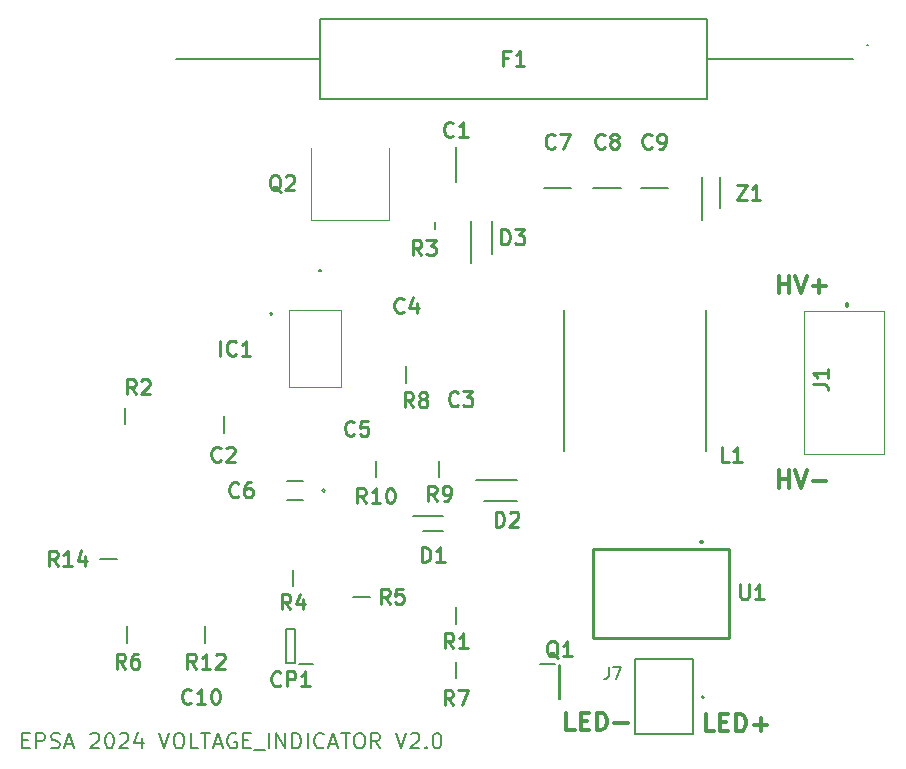
<source format=gbr>
%TF.GenerationSoftware,KiCad,Pcbnew,8.0.2*%
%TF.CreationDate,2024-07-09T10:43:52+02:00*%
%TF.ProjectId,Indicator_voltage,496e6469-6361-4746-9f72-5f766f6c7461,rev?*%
%TF.SameCoordinates,Original*%
%TF.FileFunction,Legend,Top*%
%TF.FilePolarity,Positive*%
%FSLAX46Y46*%
G04 Gerber Fmt 4.6, Leading zero omitted, Abs format (unit mm)*
G04 Created by KiCad (PCBNEW 8.0.2) date 2024-07-09 10:43:52*
%MOMM*%
%LPD*%
G01*
G04 APERTURE LIST*
%ADD10C,0.150000*%
%ADD11C,0.300000*%
%ADD12C,0.254000*%
%ADD13C,0.127000*%
%ADD14C,0.200000*%
%ADD15C,0.100000*%
G04 APERTURE END LIST*
D10*
X38508207Y-108152152D02*
X38941541Y-108152152D01*
X39127255Y-108833104D02*
X38508207Y-108833104D01*
X38508207Y-108833104D02*
X38508207Y-107533104D01*
X38508207Y-107533104D02*
X39127255Y-107533104D01*
X39684397Y-108833104D02*
X39684397Y-107533104D01*
X39684397Y-107533104D02*
X40179635Y-107533104D01*
X40179635Y-107533104D02*
X40303445Y-107595009D01*
X40303445Y-107595009D02*
X40365350Y-107656914D01*
X40365350Y-107656914D02*
X40427254Y-107780723D01*
X40427254Y-107780723D02*
X40427254Y-107966438D01*
X40427254Y-107966438D02*
X40365350Y-108090247D01*
X40365350Y-108090247D02*
X40303445Y-108152152D01*
X40303445Y-108152152D02*
X40179635Y-108214057D01*
X40179635Y-108214057D02*
X39684397Y-108214057D01*
X40922493Y-108771200D02*
X41108207Y-108833104D01*
X41108207Y-108833104D02*
X41417731Y-108833104D01*
X41417731Y-108833104D02*
X41541540Y-108771200D01*
X41541540Y-108771200D02*
X41603445Y-108709295D01*
X41603445Y-108709295D02*
X41665350Y-108585485D01*
X41665350Y-108585485D02*
X41665350Y-108461676D01*
X41665350Y-108461676D02*
X41603445Y-108337866D01*
X41603445Y-108337866D02*
X41541540Y-108275961D01*
X41541540Y-108275961D02*
X41417731Y-108214057D01*
X41417731Y-108214057D02*
X41170112Y-108152152D01*
X41170112Y-108152152D02*
X41046302Y-108090247D01*
X41046302Y-108090247D02*
X40984397Y-108028342D01*
X40984397Y-108028342D02*
X40922493Y-107904533D01*
X40922493Y-107904533D02*
X40922493Y-107780723D01*
X40922493Y-107780723D02*
X40984397Y-107656914D01*
X40984397Y-107656914D02*
X41046302Y-107595009D01*
X41046302Y-107595009D02*
X41170112Y-107533104D01*
X41170112Y-107533104D02*
X41479635Y-107533104D01*
X41479635Y-107533104D02*
X41665350Y-107595009D01*
X42160588Y-108461676D02*
X42779635Y-108461676D01*
X42036778Y-108833104D02*
X42470111Y-107533104D01*
X42470111Y-107533104D02*
X42903445Y-108833104D01*
X44265350Y-107656914D02*
X44327254Y-107595009D01*
X44327254Y-107595009D02*
X44451064Y-107533104D01*
X44451064Y-107533104D02*
X44760588Y-107533104D01*
X44760588Y-107533104D02*
X44884397Y-107595009D01*
X44884397Y-107595009D02*
X44946302Y-107656914D01*
X44946302Y-107656914D02*
X45008207Y-107780723D01*
X45008207Y-107780723D02*
X45008207Y-107904533D01*
X45008207Y-107904533D02*
X44946302Y-108090247D01*
X44946302Y-108090247D02*
X44203445Y-108833104D01*
X44203445Y-108833104D02*
X45008207Y-108833104D01*
X45812968Y-107533104D02*
X45936778Y-107533104D01*
X45936778Y-107533104D02*
X46060587Y-107595009D01*
X46060587Y-107595009D02*
X46122492Y-107656914D01*
X46122492Y-107656914D02*
X46184397Y-107780723D01*
X46184397Y-107780723D02*
X46246302Y-108028342D01*
X46246302Y-108028342D02*
X46246302Y-108337866D01*
X46246302Y-108337866D02*
X46184397Y-108585485D01*
X46184397Y-108585485D02*
X46122492Y-108709295D01*
X46122492Y-108709295D02*
X46060587Y-108771200D01*
X46060587Y-108771200D02*
X45936778Y-108833104D01*
X45936778Y-108833104D02*
X45812968Y-108833104D01*
X45812968Y-108833104D02*
X45689159Y-108771200D01*
X45689159Y-108771200D02*
X45627254Y-108709295D01*
X45627254Y-108709295D02*
X45565349Y-108585485D01*
X45565349Y-108585485D02*
X45503445Y-108337866D01*
X45503445Y-108337866D02*
X45503445Y-108028342D01*
X45503445Y-108028342D02*
X45565349Y-107780723D01*
X45565349Y-107780723D02*
X45627254Y-107656914D01*
X45627254Y-107656914D02*
X45689159Y-107595009D01*
X45689159Y-107595009D02*
X45812968Y-107533104D01*
X46741540Y-107656914D02*
X46803444Y-107595009D01*
X46803444Y-107595009D02*
X46927254Y-107533104D01*
X46927254Y-107533104D02*
X47236778Y-107533104D01*
X47236778Y-107533104D02*
X47360587Y-107595009D01*
X47360587Y-107595009D02*
X47422492Y-107656914D01*
X47422492Y-107656914D02*
X47484397Y-107780723D01*
X47484397Y-107780723D02*
X47484397Y-107904533D01*
X47484397Y-107904533D02*
X47422492Y-108090247D01*
X47422492Y-108090247D02*
X46679635Y-108833104D01*
X46679635Y-108833104D02*
X47484397Y-108833104D01*
X48598682Y-107966438D02*
X48598682Y-108833104D01*
X48289158Y-107471200D02*
X47979635Y-108399771D01*
X47979635Y-108399771D02*
X48784396Y-108399771D01*
X50084396Y-107533104D02*
X50517729Y-108833104D01*
X50517729Y-108833104D02*
X50951063Y-107533104D01*
X51632015Y-107533104D02*
X51879634Y-107533104D01*
X51879634Y-107533104D02*
X52003444Y-107595009D01*
X52003444Y-107595009D02*
X52127253Y-107718819D01*
X52127253Y-107718819D02*
X52189158Y-107966438D01*
X52189158Y-107966438D02*
X52189158Y-108399771D01*
X52189158Y-108399771D02*
X52127253Y-108647390D01*
X52127253Y-108647390D02*
X52003444Y-108771200D01*
X52003444Y-108771200D02*
X51879634Y-108833104D01*
X51879634Y-108833104D02*
X51632015Y-108833104D01*
X51632015Y-108833104D02*
X51508206Y-108771200D01*
X51508206Y-108771200D02*
X51384396Y-108647390D01*
X51384396Y-108647390D02*
X51322492Y-108399771D01*
X51322492Y-108399771D02*
X51322492Y-107966438D01*
X51322492Y-107966438D02*
X51384396Y-107718819D01*
X51384396Y-107718819D02*
X51508206Y-107595009D01*
X51508206Y-107595009D02*
X51632015Y-107533104D01*
X53365349Y-108833104D02*
X52746301Y-108833104D01*
X52746301Y-108833104D02*
X52746301Y-107533104D01*
X53612968Y-107533104D02*
X54355825Y-107533104D01*
X53984397Y-108833104D02*
X53984397Y-107533104D01*
X54727254Y-108461676D02*
X55346301Y-108461676D01*
X54603444Y-108833104D02*
X55036777Y-107533104D01*
X55036777Y-107533104D02*
X55470111Y-108833104D01*
X56584397Y-107595009D02*
X56460587Y-107533104D01*
X56460587Y-107533104D02*
X56274873Y-107533104D01*
X56274873Y-107533104D02*
X56089159Y-107595009D01*
X56089159Y-107595009D02*
X55965349Y-107718819D01*
X55965349Y-107718819D02*
X55903444Y-107842628D01*
X55903444Y-107842628D02*
X55841540Y-108090247D01*
X55841540Y-108090247D02*
X55841540Y-108275961D01*
X55841540Y-108275961D02*
X55903444Y-108523580D01*
X55903444Y-108523580D02*
X55965349Y-108647390D01*
X55965349Y-108647390D02*
X56089159Y-108771200D01*
X56089159Y-108771200D02*
X56274873Y-108833104D01*
X56274873Y-108833104D02*
X56398682Y-108833104D01*
X56398682Y-108833104D02*
X56584397Y-108771200D01*
X56584397Y-108771200D02*
X56646301Y-108709295D01*
X56646301Y-108709295D02*
X56646301Y-108275961D01*
X56646301Y-108275961D02*
X56398682Y-108275961D01*
X57203444Y-108152152D02*
X57636778Y-108152152D01*
X57822492Y-108833104D02*
X57203444Y-108833104D01*
X57203444Y-108833104D02*
X57203444Y-107533104D01*
X57203444Y-107533104D02*
X57822492Y-107533104D01*
X58070111Y-108956914D02*
X59060587Y-108956914D01*
X59370110Y-108833104D02*
X59370110Y-107533104D01*
X59989158Y-108833104D02*
X59989158Y-107533104D01*
X59989158Y-107533104D02*
X60732015Y-108833104D01*
X60732015Y-108833104D02*
X60732015Y-107533104D01*
X61351063Y-108833104D02*
X61351063Y-107533104D01*
X61351063Y-107533104D02*
X61660587Y-107533104D01*
X61660587Y-107533104D02*
X61846301Y-107595009D01*
X61846301Y-107595009D02*
X61970111Y-107718819D01*
X61970111Y-107718819D02*
X62032016Y-107842628D01*
X62032016Y-107842628D02*
X62093920Y-108090247D01*
X62093920Y-108090247D02*
X62093920Y-108275961D01*
X62093920Y-108275961D02*
X62032016Y-108523580D01*
X62032016Y-108523580D02*
X61970111Y-108647390D01*
X61970111Y-108647390D02*
X61846301Y-108771200D01*
X61846301Y-108771200D02*
X61660587Y-108833104D01*
X61660587Y-108833104D02*
X61351063Y-108833104D01*
X62651063Y-108833104D02*
X62651063Y-107533104D01*
X64012968Y-108709295D02*
X63951064Y-108771200D01*
X63951064Y-108771200D02*
X63765349Y-108833104D01*
X63765349Y-108833104D02*
X63641540Y-108833104D01*
X63641540Y-108833104D02*
X63455826Y-108771200D01*
X63455826Y-108771200D02*
X63332016Y-108647390D01*
X63332016Y-108647390D02*
X63270111Y-108523580D01*
X63270111Y-108523580D02*
X63208207Y-108275961D01*
X63208207Y-108275961D02*
X63208207Y-108090247D01*
X63208207Y-108090247D02*
X63270111Y-107842628D01*
X63270111Y-107842628D02*
X63332016Y-107718819D01*
X63332016Y-107718819D02*
X63455826Y-107595009D01*
X63455826Y-107595009D02*
X63641540Y-107533104D01*
X63641540Y-107533104D02*
X63765349Y-107533104D01*
X63765349Y-107533104D02*
X63951064Y-107595009D01*
X63951064Y-107595009D02*
X64012968Y-107656914D01*
X64508207Y-108461676D02*
X65127254Y-108461676D01*
X64384397Y-108833104D02*
X64817730Y-107533104D01*
X64817730Y-107533104D02*
X65251064Y-108833104D01*
X65498683Y-107533104D02*
X66241540Y-107533104D01*
X65870112Y-108833104D02*
X65870112Y-107533104D01*
X66922492Y-107533104D02*
X67170111Y-107533104D01*
X67170111Y-107533104D02*
X67293921Y-107595009D01*
X67293921Y-107595009D02*
X67417730Y-107718819D01*
X67417730Y-107718819D02*
X67479635Y-107966438D01*
X67479635Y-107966438D02*
X67479635Y-108399771D01*
X67479635Y-108399771D02*
X67417730Y-108647390D01*
X67417730Y-108647390D02*
X67293921Y-108771200D01*
X67293921Y-108771200D02*
X67170111Y-108833104D01*
X67170111Y-108833104D02*
X66922492Y-108833104D01*
X66922492Y-108833104D02*
X66798683Y-108771200D01*
X66798683Y-108771200D02*
X66674873Y-108647390D01*
X66674873Y-108647390D02*
X66612969Y-108399771D01*
X66612969Y-108399771D02*
X66612969Y-107966438D01*
X66612969Y-107966438D02*
X66674873Y-107718819D01*
X66674873Y-107718819D02*
X66798683Y-107595009D01*
X66798683Y-107595009D02*
X66922492Y-107533104D01*
X68779635Y-108833104D02*
X68346302Y-108214057D01*
X68036778Y-108833104D02*
X68036778Y-107533104D01*
X68036778Y-107533104D02*
X68532016Y-107533104D01*
X68532016Y-107533104D02*
X68655826Y-107595009D01*
X68655826Y-107595009D02*
X68717731Y-107656914D01*
X68717731Y-107656914D02*
X68779635Y-107780723D01*
X68779635Y-107780723D02*
X68779635Y-107966438D01*
X68779635Y-107966438D02*
X68717731Y-108090247D01*
X68717731Y-108090247D02*
X68655826Y-108152152D01*
X68655826Y-108152152D02*
X68532016Y-108214057D01*
X68532016Y-108214057D02*
X68036778Y-108214057D01*
X70141540Y-107533104D02*
X70574873Y-108833104D01*
X70574873Y-108833104D02*
X71008207Y-107533104D01*
X71379636Y-107656914D02*
X71441540Y-107595009D01*
X71441540Y-107595009D02*
X71565350Y-107533104D01*
X71565350Y-107533104D02*
X71874874Y-107533104D01*
X71874874Y-107533104D02*
X71998683Y-107595009D01*
X71998683Y-107595009D02*
X72060588Y-107656914D01*
X72060588Y-107656914D02*
X72122493Y-107780723D01*
X72122493Y-107780723D02*
X72122493Y-107904533D01*
X72122493Y-107904533D02*
X72060588Y-108090247D01*
X72060588Y-108090247D02*
X71317731Y-108833104D01*
X71317731Y-108833104D02*
X72122493Y-108833104D01*
X72679635Y-108709295D02*
X72741540Y-108771200D01*
X72741540Y-108771200D02*
X72679635Y-108833104D01*
X72679635Y-108833104D02*
X72617731Y-108771200D01*
X72617731Y-108771200D02*
X72679635Y-108709295D01*
X72679635Y-108709295D02*
X72679635Y-108833104D01*
X73546302Y-107533104D02*
X73670112Y-107533104D01*
X73670112Y-107533104D02*
X73793921Y-107595009D01*
X73793921Y-107595009D02*
X73855826Y-107656914D01*
X73855826Y-107656914D02*
X73917731Y-107780723D01*
X73917731Y-107780723D02*
X73979636Y-108028342D01*
X73979636Y-108028342D02*
X73979636Y-108337866D01*
X73979636Y-108337866D02*
X73917731Y-108585485D01*
X73917731Y-108585485D02*
X73855826Y-108709295D01*
X73855826Y-108709295D02*
X73793921Y-108771200D01*
X73793921Y-108771200D02*
X73670112Y-108833104D01*
X73670112Y-108833104D02*
X73546302Y-108833104D01*
X73546302Y-108833104D02*
X73422493Y-108771200D01*
X73422493Y-108771200D02*
X73360588Y-108709295D01*
X73360588Y-108709295D02*
X73298683Y-108585485D01*
X73298683Y-108585485D02*
X73236779Y-108337866D01*
X73236779Y-108337866D02*
X73236779Y-108028342D01*
X73236779Y-108028342D02*
X73298683Y-107780723D01*
X73298683Y-107780723D02*
X73360588Y-107656914D01*
X73360588Y-107656914D02*
X73422493Y-107595009D01*
X73422493Y-107595009D02*
X73546302Y-107533104D01*
D11*
X102554510Y-70300828D02*
X102554510Y-68800828D01*
X102554510Y-69515114D02*
X103411653Y-69515114D01*
X103411653Y-70300828D02*
X103411653Y-68800828D01*
X103911654Y-68800828D02*
X104411654Y-70300828D01*
X104411654Y-70300828D02*
X104911654Y-68800828D01*
X105411653Y-69729400D02*
X106554511Y-69729400D01*
X105983082Y-70300828D02*
X105983082Y-69157971D01*
X97068796Y-107400828D02*
X96354510Y-107400828D01*
X96354510Y-107400828D02*
X96354510Y-105900828D01*
X97568796Y-106615114D02*
X98068796Y-106615114D01*
X98283082Y-107400828D02*
X97568796Y-107400828D01*
X97568796Y-107400828D02*
X97568796Y-105900828D01*
X97568796Y-105900828D02*
X98283082Y-105900828D01*
X98925939Y-107400828D02*
X98925939Y-105900828D01*
X98925939Y-105900828D02*
X99283082Y-105900828D01*
X99283082Y-105900828D02*
X99497368Y-105972257D01*
X99497368Y-105972257D02*
X99640225Y-106115114D01*
X99640225Y-106115114D02*
X99711654Y-106257971D01*
X99711654Y-106257971D02*
X99783082Y-106543685D01*
X99783082Y-106543685D02*
X99783082Y-106757971D01*
X99783082Y-106757971D02*
X99711654Y-107043685D01*
X99711654Y-107043685D02*
X99640225Y-107186542D01*
X99640225Y-107186542D02*
X99497368Y-107329400D01*
X99497368Y-107329400D02*
X99283082Y-107400828D01*
X99283082Y-107400828D02*
X98925939Y-107400828D01*
X100425939Y-106829400D02*
X101568797Y-106829400D01*
X100997368Y-107400828D02*
X100997368Y-106257971D01*
X85268796Y-107300828D02*
X84554510Y-107300828D01*
X84554510Y-107300828D02*
X84554510Y-105800828D01*
X85768796Y-106515114D02*
X86268796Y-106515114D01*
X86483082Y-107300828D02*
X85768796Y-107300828D01*
X85768796Y-107300828D02*
X85768796Y-105800828D01*
X85768796Y-105800828D02*
X86483082Y-105800828D01*
X87125939Y-107300828D02*
X87125939Y-105800828D01*
X87125939Y-105800828D02*
X87483082Y-105800828D01*
X87483082Y-105800828D02*
X87697368Y-105872257D01*
X87697368Y-105872257D02*
X87840225Y-106015114D01*
X87840225Y-106015114D02*
X87911654Y-106157971D01*
X87911654Y-106157971D02*
X87983082Y-106443685D01*
X87983082Y-106443685D02*
X87983082Y-106657971D01*
X87983082Y-106657971D02*
X87911654Y-106943685D01*
X87911654Y-106943685D02*
X87840225Y-107086542D01*
X87840225Y-107086542D02*
X87697368Y-107229400D01*
X87697368Y-107229400D02*
X87483082Y-107300828D01*
X87483082Y-107300828D02*
X87125939Y-107300828D01*
X88625939Y-106729400D02*
X89768797Y-106729400D01*
X102554510Y-86800828D02*
X102554510Y-85300828D01*
X102554510Y-86015114D02*
X103411653Y-86015114D01*
X103411653Y-86800828D02*
X103411653Y-85300828D01*
X103911654Y-85300828D02*
X104411654Y-86800828D01*
X104411654Y-86800828D02*
X104911654Y-85300828D01*
X105411653Y-86229400D02*
X106554511Y-86229400D01*
D12*
X52783571Y-104953365D02*
X52723095Y-105013842D01*
X52723095Y-105013842D02*
X52541666Y-105074318D01*
X52541666Y-105074318D02*
X52420714Y-105074318D01*
X52420714Y-105074318D02*
X52239285Y-105013842D01*
X52239285Y-105013842D02*
X52118333Y-104892889D01*
X52118333Y-104892889D02*
X52057856Y-104771937D01*
X52057856Y-104771937D02*
X51997380Y-104530032D01*
X51997380Y-104530032D02*
X51997380Y-104348603D01*
X51997380Y-104348603D02*
X52057856Y-104106699D01*
X52057856Y-104106699D02*
X52118333Y-103985746D01*
X52118333Y-103985746D02*
X52239285Y-103864794D01*
X52239285Y-103864794D02*
X52420714Y-103804318D01*
X52420714Y-103804318D02*
X52541666Y-103804318D01*
X52541666Y-103804318D02*
X52723095Y-103864794D01*
X52723095Y-103864794D02*
X52783571Y-103925270D01*
X53993095Y-105074318D02*
X53267380Y-105074318D01*
X53630237Y-105074318D02*
X53630237Y-103804318D01*
X53630237Y-103804318D02*
X53509285Y-103985746D01*
X53509285Y-103985746D02*
X53388333Y-104106699D01*
X53388333Y-104106699D02*
X53267380Y-104167175D01*
X54779285Y-103804318D02*
X54900238Y-103804318D01*
X54900238Y-103804318D02*
X55021190Y-103864794D01*
X55021190Y-103864794D02*
X55081666Y-103925270D01*
X55081666Y-103925270D02*
X55142142Y-104046222D01*
X55142142Y-104046222D02*
X55202619Y-104288127D01*
X55202619Y-104288127D02*
X55202619Y-104590508D01*
X55202619Y-104590508D02*
X55142142Y-104832413D01*
X55142142Y-104832413D02*
X55081666Y-104953365D01*
X55081666Y-104953365D02*
X55021190Y-105013842D01*
X55021190Y-105013842D02*
X54900238Y-105074318D01*
X54900238Y-105074318D02*
X54779285Y-105074318D01*
X54779285Y-105074318D02*
X54658333Y-105013842D01*
X54658333Y-105013842D02*
X54597857Y-104953365D01*
X54597857Y-104953365D02*
X54537380Y-104832413D01*
X54537380Y-104832413D02*
X54476904Y-104590508D01*
X54476904Y-104590508D02*
X54476904Y-104288127D01*
X54476904Y-104288127D02*
X54537380Y-104046222D01*
X54537380Y-104046222D02*
X54597857Y-103925270D01*
X54597857Y-103925270D02*
X54658333Y-103864794D01*
X54658333Y-103864794D02*
X54779285Y-103804318D01*
X75399956Y-79753365D02*
X75339480Y-79813842D01*
X75339480Y-79813842D02*
X75158051Y-79874318D01*
X75158051Y-79874318D02*
X75037099Y-79874318D01*
X75037099Y-79874318D02*
X74855670Y-79813842D01*
X74855670Y-79813842D02*
X74734718Y-79692889D01*
X74734718Y-79692889D02*
X74674241Y-79571937D01*
X74674241Y-79571937D02*
X74613765Y-79330032D01*
X74613765Y-79330032D02*
X74613765Y-79148603D01*
X74613765Y-79148603D02*
X74674241Y-78906699D01*
X74674241Y-78906699D02*
X74734718Y-78785746D01*
X74734718Y-78785746D02*
X74855670Y-78664794D01*
X74855670Y-78664794D02*
X75037099Y-78604318D01*
X75037099Y-78604318D02*
X75158051Y-78604318D01*
X75158051Y-78604318D02*
X75339480Y-78664794D01*
X75339480Y-78664794D02*
X75399956Y-78725270D01*
X75823289Y-78604318D02*
X76609480Y-78604318D01*
X76609480Y-78604318D02*
X76186146Y-79088127D01*
X76186146Y-79088127D02*
X76367575Y-79088127D01*
X76367575Y-79088127D02*
X76488527Y-79148603D01*
X76488527Y-79148603D02*
X76549003Y-79209080D01*
X76549003Y-79209080D02*
X76609480Y-79330032D01*
X76609480Y-79330032D02*
X76609480Y-79632413D01*
X76609480Y-79632413D02*
X76549003Y-79753365D01*
X76549003Y-79753365D02*
X76488527Y-79813842D01*
X76488527Y-79813842D02*
X76367575Y-79874318D01*
X76367575Y-79874318D02*
X76004718Y-79874318D01*
X76004718Y-79874318D02*
X75883765Y-79813842D01*
X75883765Y-79813842D02*
X75823289Y-79753365D01*
X98308333Y-84584318D02*
X97703571Y-84584318D01*
X97703571Y-84584318D02*
X97703571Y-83314318D01*
X99396905Y-84584318D02*
X98671190Y-84584318D01*
X99034047Y-84584318D02*
X99034047Y-83314318D01*
X99034047Y-83314318D02*
X98913095Y-83495746D01*
X98913095Y-83495746D02*
X98792143Y-83616699D01*
X98792143Y-83616699D02*
X98671190Y-83677175D01*
X55288333Y-84453365D02*
X55227857Y-84513842D01*
X55227857Y-84513842D02*
X55046428Y-84574318D01*
X55046428Y-84574318D02*
X54925476Y-84574318D01*
X54925476Y-84574318D02*
X54744047Y-84513842D01*
X54744047Y-84513842D02*
X54623095Y-84392889D01*
X54623095Y-84392889D02*
X54562618Y-84271937D01*
X54562618Y-84271937D02*
X54502142Y-84030032D01*
X54502142Y-84030032D02*
X54502142Y-83848603D01*
X54502142Y-83848603D02*
X54562618Y-83606699D01*
X54562618Y-83606699D02*
X54623095Y-83485746D01*
X54623095Y-83485746D02*
X54744047Y-83364794D01*
X54744047Y-83364794D02*
X54925476Y-83304318D01*
X54925476Y-83304318D02*
X55046428Y-83304318D01*
X55046428Y-83304318D02*
X55227857Y-83364794D01*
X55227857Y-83364794D02*
X55288333Y-83425270D01*
X55772142Y-83425270D02*
X55832618Y-83364794D01*
X55832618Y-83364794D02*
X55953571Y-83304318D01*
X55953571Y-83304318D02*
X56255952Y-83304318D01*
X56255952Y-83304318D02*
X56376904Y-83364794D01*
X56376904Y-83364794D02*
X56437380Y-83425270D01*
X56437380Y-83425270D02*
X56497857Y-83546222D01*
X56497857Y-83546222D02*
X56497857Y-83667175D01*
X56497857Y-83667175D02*
X56437380Y-83848603D01*
X56437380Y-83848603D02*
X55711666Y-84574318D01*
X55711666Y-84574318D02*
X56497857Y-84574318D01*
X74988333Y-56953365D02*
X74927857Y-57013842D01*
X74927857Y-57013842D02*
X74746428Y-57074318D01*
X74746428Y-57074318D02*
X74625476Y-57074318D01*
X74625476Y-57074318D02*
X74444047Y-57013842D01*
X74444047Y-57013842D02*
X74323095Y-56892889D01*
X74323095Y-56892889D02*
X74262618Y-56771937D01*
X74262618Y-56771937D02*
X74202142Y-56530032D01*
X74202142Y-56530032D02*
X74202142Y-56348603D01*
X74202142Y-56348603D02*
X74262618Y-56106699D01*
X74262618Y-56106699D02*
X74323095Y-55985746D01*
X74323095Y-55985746D02*
X74444047Y-55864794D01*
X74444047Y-55864794D02*
X74625476Y-55804318D01*
X74625476Y-55804318D02*
X74746428Y-55804318D01*
X74746428Y-55804318D02*
X74927857Y-55864794D01*
X74927857Y-55864794D02*
X74988333Y-55925270D01*
X76197857Y-57074318D02*
X75472142Y-57074318D01*
X75834999Y-57074318D02*
X75834999Y-55804318D01*
X75834999Y-55804318D02*
X75714047Y-55985746D01*
X75714047Y-55985746D02*
X75593095Y-56106699D01*
X75593095Y-56106699D02*
X75472142Y-56167175D01*
X105444318Y-77986332D02*
X106351461Y-77986332D01*
X106351461Y-77986332D02*
X106532889Y-78046809D01*
X106532889Y-78046809D02*
X106653842Y-78167761D01*
X106653842Y-78167761D02*
X106714318Y-78349190D01*
X106714318Y-78349190D02*
X106714318Y-78470142D01*
X106714318Y-76716332D02*
X106714318Y-77442047D01*
X106714318Y-77079190D02*
X105444318Y-77079190D01*
X105444318Y-77079190D02*
X105625746Y-77200142D01*
X105625746Y-77200142D02*
X105746699Y-77321094D01*
X105746699Y-77321094D02*
X105807175Y-77442047D01*
X41483571Y-93374318D02*
X41060237Y-92769556D01*
X40757856Y-93374318D02*
X40757856Y-92104318D01*
X40757856Y-92104318D02*
X41241666Y-92104318D01*
X41241666Y-92104318D02*
X41362618Y-92164794D01*
X41362618Y-92164794D02*
X41423095Y-92225270D01*
X41423095Y-92225270D02*
X41483571Y-92346222D01*
X41483571Y-92346222D02*
X41483571Y-92527651D01*
X41483571Y-92527651D02*
X41423095Y-92648603D01*
X41423095Y-92648603D02*
X41362618Y-92709080D01*
X41362618Y-92709080D02*
X41241666Y-92769556D01*
X41241666Y-92769556D02*
X40757856Y-92769556D01*
X42693095Y-93374318D02*
X41967380Y-93374318D01*
X42330237Y-93374318D02*
X42330237Y-92104318D01*
X42330237Y-92104318D02*
X42209285Y-92285746D01*
X42209285Y-92285746D02*
X42088333Y-92406699D01*
X42088333Y-92406699D02*
X41967380Y-92467175D01*
X43781666Y-92527651D02*
X43781666Y-93374318D01*
X43479285Y-92043842D02*
X43176904Y-92950984D01*
X43176904Y-92950984D02*
X43963095Y-92950984D01*
X83588333Y-57953365D02*
X83527857Y-58013842D01*
X83527857Y-58013842D02*
X83346428Y-58074318D01*
X83346428Y-58074318D02*
X83225476Y-58074318D01*
X83225476Y-58074318D02*
X83044047Y-58013842D01*
X83044047Y-58013842D02*
X82923095Y-57892889D01*
X82923095Y-57892889D02*
X82862618Y-57771937D01*
X82862618Y-57771937D02*
X82802142Y-57530032D01*
X82802142Y-57530032D02*
X82802142Y-57348603D01*
X82802142Y-57348603D02*
X82862618Y-57106699D01*
X82862618Y-57106699D02*
X82923095Y-56985746D01*
X82923095Y-56985746D02*
X83044047Y-56864794D01*
X83044047Y-56864794D02*
X83225476Y-56804318D01*
X83225476Y-56804318D02*
X83346428Y-56804318D01*
X83346428Y-56804318D02*
X83527857Y-56864794D01*
X83527857Y-56864794D02*
X83588333Y-56925270D01*
X84011666Y-56804318D02*
X84858333Y-56804318D01*
X84858333Y-56804318D02*
X84314047Y-58074318D01*
X75000234Y-100374318D02*
X74576900Y-99769556D01*
X74274519Y-100374318D02*
X74274519Y-99104318D01*
X74274519Y-99104318D02*
X74758329Y-99104318D01*
X74758329Y-99104318D02*
X74879281Y-99164794D01*
X74879281Y-99164794D02*
X74939758Y-99225270D01*
X74939758Y-99225270D02*
X75000234Y-99346222D01*
X75000234Y-99346222D02*
X75000234Y-99527651D01*
X75000234Y-99527651D02*
X74939758Y-99648603D01*
X74939758Y-99648603D02*
X74879281Y-99709080D01*
X74879281Y-99709080D02*
X74758329Y-99769556D01*
X74758329Y-99769556D02*
X74274519Y-99769556D01*
X76209758Y-100374318D02*
X75484043Y-100374318D01*
X75846900Y-100374318D02*
X75846900Y-99104318D01*
X75846900Y-99104318D02*
X75725948Y-99285746D01*
X75725948Y-99285746D02*
X75604996Y-99406699D01*
X75604996Y-99406699D02*
X75484043Y-99467175D01*
X78562618Y-90074318D02*
X78562618Y-88804318D01*
X78562618Y-88804318D02*
X78864999Y-88804318D01*
X78864999Y-88804318D02*
X79046428Y-88864794D01*
X79046428Y-88864794D02*
X79167380Y-88985746D01*
X79167380Y-88985746D02*
X79227857Y-89106699D01*
X79227857Y-89106699D02*
X79288333Y-89348603D01*
X79288333Y-89348603D02*
X79288333Y-89530032D01*
X79288333Y-89530032D02*
X79227857Y-89771937D01*
X79227857Y-89771937D02*
X79167380Y-89892889D01*
X79167380Y-89892889D02*
X79046428Y-90013842D01*
X79046428Y-90013842D02*
X78864999Y-90074318D01*
X78864999Y-90074318D02*
X78562618Y-90074318D01*
X79772142Y-88925270D02*
X79832618Y-88864794D01*
X79832618Y-88864794D02*
X79953571Y-88804318D01*
X79953571Y-88804318D02*
X80255952Y-88804318D01*
X80255952Y-88804318D02*
X80376904Y-88864794D01*
X80376904Y-88864794D02*
X80437380Y-88925270D01*
X80437380Y-88925270D02*
X80497857Y-89046222D01*
X80497857Y-89046222D02*
X80497857Y-89167175D01*
X80497857Y-89167175D02*
X80437380Y-89348603D01*
X80437380Y-89348603D02*
X79711666Y-90074318D01*
X79711666Y-90074318D02*
X80497857Y-90074318D01*
D10*
X88166666Y-101954819D02*
X88166666Y-102669104D01*
X88166666Y-102669104D02*
X88119047Y-102811961D01*
X88119047Y-102811961D02*
X88023809Y-102907200D01*
X88023809Y-102907200D02*
X87880952Y-102954819D01*
X87880952Y-102954819D02*
X87785714Y-102954819D01*
X88547619Y-101954819D02*
X89214285Y-101954819D01*
X89214285Y-101954819D02*
X88785714Y-102954819D01*
D12*
X48088333Y-78874318D02*
X47664999Y-78269556D01*
X47362618Y-78874318D02*
X47362618Y-77604318D01*
X47362618Y-77604318D02*
X47846428Y-77604318D01*
X47846428Y-77604318D02*
X47967380Y-77664794D01*
X47967380Y-77664794D02*
X48027857Y-77725270D01*
X48027857Y-77725270D02*
X48088333Y-77846222D01*
X48088333Y-77846222D02*
X48088333Y-78027651D01*
X48088333Y-78027651D02*
X48027857Y-78148603D01*
X48027857Y-78148603D02*
X47967380Y-78209080D01*
X47967380Y-78209080D02*
X47846428Y-78269556D01*
X47846428Y-78269556D02*
X47362618Y-78269556D01*
X48572142Y-77725270D02*
X48632618Y-77664794D01*
X48632618Y-77664794D02*
X48753571Y-77604318D01*
X48753571Y-77604318D02*
X49055952Y-77604318D01*
X49055952Y-77604318D02*
X49176904Y-77664794D01*
X49176904Y-77664794D02*
X49237380Y-77725270D01*
X49237380Y-77725270D02*
X49297857Y-77846222D01*
X49297857Y-77846222D02*
X49297857Y-77967175D01*
X49297857Y-77967175D02*
X49237380Y-78148603D01*
X49237380Y-78148603D02*
X48511666Y-78874318D01*
X48511666Y-78874318D02*
X49297857Y-78874318D01*
X99265668Y-94949690D02*
X99265668Y-95977785D01*
X99265668Y-95977785D02*
X99326145Y-96098737D01*
X99326145Y-96098737D02*
X99386621Y-96159214D01*
X99386621Y-96159214D02*
X99507573Y-96219690D01*
X99507573Y-96219690D02*
X99749478Y-96219690D01*
X99749478Y-96219690D02*
X99870430Y-96159214D01*
X99870430Y-96159214D02*
X99930907Y-96098737D01*
X99930907Y-96098737D02*
X99991383Y-95977785D01*
X99991383Y-95977785D02*
X99991383Y-94949690D01*
X101261383Y-96219690D02*
X100535668Y-96219690D01*
X100898525Y-96219690D02*
X100898525Y-94949690D01*
X100898525Y-94949690D02*
X100777573Y-95131118D01*
X100777573Y-95131118D02*
X100656621Y-95252071D01*
X100656621Y-95252071D02*
X100535668Y-95312547D01*
X79062618Y-66174318D02*
X79062618Y-64904318D01*
X79062618Y-64904318D02*
X79364999Y-64904318D01*
X79364999Y-64904318D02*
X79546428Y-64964794D01*
X79546428Y-64964794D02*
X79667380Y-65085746D01*
X79667380Y-65085746D02*
X79727857Y-65206699D01*
X79727857Y-65206699D02*
X79788333Y-65448603D01*
X79788333Y-65448603D02*
X79788333Y-65630032D01*
X79788333Y-65630032D02*
X79727857Y-65871937D01*
X79727857Y-65871937D02*
X79667380Y-65992889D01*
X79667380Y-65992889D02*
X79546428Y-66113842D01*
X79546428Y-66113842D02*
X79364999Y-66174318D01*
X79364999Y-66174318D02*
X79062618Y-66174318D01*
X80211666Y-64904318D02*
X80997857Y-64904318D01*
X80997857Y-64904318D02*
X80574523Y-65388127D01*
X80574523Y-65388127D02*
X80755952Y-65388127D01*
X80755952Y-65388127D02*
X80876904Y-65448603D01*
X80876904Y-65448603D02*
X80937380Y-65509080D01*
X80937380Y-65509080D02*
X80997857Y-65630032D01*
X80997857Y-65630032D02*
X80997857Y-65932413D01*
X80997857Y-65932413D02*
X80937380Y-66053365D01*
X80937380Y-66053365D02*
X80876904Y-66113842D01*
X80876904Y-66113842D02*
X80755952Y-66174318D01*
X80755952Y-66174318D02*
X80393095Y-66174318D01*
X80393095Y-66174318D02*
X80272142Y-66113842D01*
X80272142Y-66113842D02*
X80211666Y-66053365D01*
X98971904Y-61104318D02*
X99818571Y-61104318D01*
X99818571Y-61104318D02*
X98971904Y-62374318D01*
X98971904Y-62374318D02*
X99818571Y-62374318D01*
X100967619Y-62374318D02*
X100241904Y-62374318D01*
X100604761Y-62374318D02*
X100604761Y-61104318D01*
X100604761Y-61104318D02*
X100483809Y-61285746D01*
X100483809Y-61285746D02*
X100362857Y-61406699D01*
X100362857Y-61406699D02*
X100241904Y-61467175D01*
X53195472Y-102074318D02*
X52772138Y-101469556D01*
X52469757Y-102074318D02*
X52469757Y-100804318D01*
X52469757Y-100804318D02*
X52953567Y-100804318D01*
X52953567Y-100804318D02*
X53074519Y-100864794D01*
X53074519Y-100864794D02*
X53134996Y-100925270D01*
X53134996Y-100925270D02*
X53195472Y-101046222D01*
X53195472Y-101046222D02*
X53195472Y-101227651D01*
X53195472Y-101227651D02*
X53134996Y-101348603D01*
X53134996Y-101348603D02*
X53074519Y-101409080D01*
X53074519Y-101409080D02*
X52953567Y-101469556D01*
X52953567Y-101469556D02*
X52469757Y-101469556D01*
X54404996Y-102074318D02*
X53679281Y-102074318D01*
X54042138Y-102074318D02*
X54042138Y-100804318D01*
X54042138Y-100804318D02*
X53921186Y-100985746D01*
X53921186Y-100985746D02*
X53800234Y-101106699D01*
X53800234Y-101106699D02*
X53679281Y-101167175D01*
X54888805Y-100925270D02*
X54949281Y-100864794D01*
X54949281Y-100864794D02*
X55070234Y-100804318D01*
X55070234Y-100804318D02*
X55372615Y-100804318D01*
X55372615Y-100804318D02*
X55493567Y-100864794D01*
X55493567Y-100864794D02*
X55554043Y-100925270D01*
X55554043Y-100925270D02*
X55614520Y-101046222D01*
X55614520Y-101046222D02*
X55614520Y-101167175D01*
X55614520Y-101167175D02*
X55554043Y-101348603D01*
X55554043Y-101348603D02*
X54828329Y-102074318D01*
X54828329Y-102074318D02*
X55614520Y-102074318D01*
X72288333Y-67074318D02*
X71864999Y-66469556D01*
X71562618Y-67074318D02*
X71562618Y-65804318D01*
X71562618Y-65804318D02*
X72046428Y-65804318D01*
X72046428Y-65804318D02*
X72167380Y-65864794D01*
X72167380Y-65864794D02*
X72227857Y-65925270D01*
X72227857Y-65925270D02*
X72288333Y-66046222D01*
X72288333Y-66046222D02*
X72288333Y-66227651D01*
X72288333Y-66227651D02*
X72227857Y-66348603D01*
X72227857Y-66348603D02*
X72167380Y-66409080D01*
X72167380Y-66409080D02*
X72046428Y-66469556D01*
X72046428Y-66469556D02*
X71562618Y-66469556D01*
X72711666Y-65804318D02*
X73497857Y-65804318D01*
X73497857Y-65804318D02*
X73074523Y-66288127D01*
X73074523Y-66288127D02*
X73255952Y-66288127D01*
X73255952Y-66288127D02*
X73376904Y-66348603D01*
X73376904Y-66348603D02*
X73437380Y-66409080D01*
X73437380Y-66409080D02*
X73497857Y-66530032D01*
X73497857Y-66530032D02*
X73497857Y-66832413D01*
X73497857Y-66832413D02*
X73437380Y-66953365D01*
X73437380Y-66953365D02*
X73376904Y-67013842D01*
X73376904Y-67013842D02*
X73255952Y-67074318D01*
X73255952Y-67074318D02*
X72893095Y-67074318D01*
X72893095Y-67074318D02*
X72772142Y-67013842D01*
X72772142Y-67013842D02*
X72711666Y-66953365D01*
X71588333Y-79974318D02*
X71164999Y-79369556D01*
X70862618Y-79974318D02*
X70862618Y-78704318D01*
X70862618Y-78704318D02*
X71346428Y-78704318D01*
X71346428Y-78704318D02*
X71467380Y-78764794D01*
X71467380Y-78764794D02*
X71527857Y-78825270D01*
X71527857Y-78825270D02*
X71588333Y-78946222D01*
X71588333Y-78946222D02*
X71588333Y-79127651D01*
X71588333Y-79127651D02*
X71527857Y-79248603D01*
X71527857Y-79248603D02*
X71467380Y-79309080D01*
X71467380Y-79309080D02*
X71346428Y-79369556D01*
X71346428Y-79369556D02*
X70862618Y-79369556D01*
X72314047Y-79248603D02*
X72193095Y-79188127D01*
X72193095Y-79188127D02*
X72132618Y-79127651D01*
X72132618Y-79127651D02*
X72072142Y-79006699D01*
X72072142Y-79006699D02*
X72072142Y-78946222D01*
X72072142Y-78946222D02*
X72132618Y-78825270D01*
X72132618Y-78825270D02*
X72193095Y-78764794D01*
X72193095Y-78764794D02*
X72314047Y-78704318D01*
X72314047Y-78704318D02*
X72555952Y-78704318D01*
X72555952Y-78704318D02*
X72676904Y-78764794D01*
X72676904Y-78764794D02*
X72737380Y-78825270D01*
X72737380Y-78825270D02*
X72797857Y-78946222D01*
X72797857Y-78946222D02*
X72797857Y-79006699D01*
X72797857Y-79006699D02*
X72737380Y-79127651D01*
X72737380Y-79127651D02*
X72676904Y-79188127D01*
X72676904Y-79188127D02*
X72555952Y-79248603D01*
X72555952Y-79248603D02*
X72314047Y-79248603D01*
X72314047Y-79248603D02*
X72193095Y-79309080D01*
X72193095Y-79309080D02*
X72132618Y-79369556D01*
X72132618Y-79369556D02*
X72072142Y-79490508D01*
X72072142Y-79490508D02*
X72072142Y-79732413D01*
X72072142Y-79732413D02*
X72132618Y-79853365D01*
X72132618Y-79853365D02*
X72193095Y-79913842D01*
X72193095Y-79913842D02*
X72314047Y-79974318D01*
X72314047Y-79974318D02*
X72555952Y-79974318D01*
X72555952Y-79974318D02*
X72676904Y-79913842D01*
X72676904Y-79913842D02*
X72737380Y-79853365D01*
X72737380Y-79853365D02*
X72797857Y-79732413D01*
X72797857Y-79732413D02*
X72797857Y-79490508D01*
X72797857Y-79490508D02*
X72737380Y-79369556D01*
X72737380Y-79369556D02*
X72676904Y-79309080D01*
X72676904Y-79309080D02*
X72555952Y-79248603D01*
X83865463Y-101164708D02*
X83744511Y-101104232D01*
X83744511Y-101104232D02*
X83623558Y-100983280D01*
X83623558Y-100983280D02*
X83442130Y-100801851D01*
X83442130Y-100801851D02*
X83321177Y-100741375D01*
X83321177Y-100741375D02*
X83200225Y-100741375D01*
X83260701Y-101043756D02*
X83139749Y-100983280D01*
X83139749Y-100983280D02*
X83018796Y-100862327D01*
X83018796Y-100862327D02*
X82958320Y-100620422D01*
X82958320Y-100620422D02*
X82958320Y-100197089D01*
X82958320Y-100197089D02*
X83018796Y-99955184D01*
X83018796Y-99955184D02*
X83139749Y-99834232D01*
X83139749Y-99834232D02*
X83260701Y-99773756D01*
X83260701Y-99773756D02*
X83502606Y-99773756D01*
X83502606Y-99773756D02*
X83623558Y-99834232D01*
X83623558Y-99834232D02*
X83744511Y-99955184D01*
X83744511Y-99955184D02*
X83804987Y-100197089D01*
X83804987Y-100197089D02*
X83804987Y-100620422D01*
X83804987Y-100620422D02*
X83744511Y-100862327D01*
X83744511Y-100862327D02*
X83623558Y-100983280D01*
X83623558Y-100983280D02*
X83502606Y-101043756D01*
X83502606Y-101043756D02*
X83260701Y-101043756D01*
X85014511Y-101043756D02*
X84288796Y-101043756D01*
X84651653Y-101043756D02*
X84651653Y-99773756D01*
X84651653Y-99773756D02*
X84530701Y-99955184D01*
X84530701Y-99955184D02*
X84409749Y-100076137D01*
X84409749Y-100076137D02*
X84288796Y-100136613D01*
X61188333Y-97074318D02*
X60764999Y-96469556D01*
X60462618Y-97074318D02*
X60462618Y-95804318D01*
X60462618Y-95804318D02*
X60946428Y-95804318D01*
X60946428Y-95804318D02*
X61067380Y-95864794D01*
X61067380Y-95864794D02*
X61127857Y-95925270D01*
X61127857Y-95925270D02*
X61188333Y-96046222D01*
X61188333Y-96046222D02*
X61188333Y-96227651D01*
X61188333Y-96227651D02*
X61127857Y-96348603D01*
X61127857Y-96348603D02*
X61067380Y-96409080D01*
X61067380Y-96409080D02*
X60946428Y-96469556D01*
X60946428Y-96469556D02*
X60462618Y-96469556D01*
X62276904Y-96227651D02*
X62276904Y-97074318D01*
X61974523Y-95743842D02*
X61672142Y-96650984D01*
X61672142Y-96650984D02*
X62458333Y-96650984D01*
X47200234Y-102074318D02*
X46776900Y-101469556D01*
X46474519Y-102074318D02*
X46474519Y-100804318D01*
X46474519Y-100804318D02*
X46958329Y-100804318D01*
X46958329Y-100804318D02*
X47079281Y-100864794D01*
X47079281Y-100864794D02*
X47139758Y-100925270D01*
X47139758Y-100925270D02*
X47200234Y-101046222D01*
X47200234Y-101046222D02*
X47200234Y-101227651D01*
X47200234Y-101227651D02*
X47139758Y-101348603D01*
X47139758Y-101348603D02*
X47079281Y-101409080D01*
X47079281Y-101409080D02*
X46958329Y-101469556D01*
X46958329Y-101469556D02*
X46474519Y-101469556D01*
X48288805Y-100804318D02*
X48046900Y-100804318D01*
X48046900Y-100804318D02*
X47925948Y-100864794D01*
X47925948Y-100864794D02*
X47865472Y-100925270D01*
X47865472Y-100925270D02*
X47744519Y-101106699D01*
X47744519Y-101106699D02*
X47684043Y-101348603D01*
X47684043Y-101348603D02*
X47684043Y-101832413D01*
X47684043Y-101832413D02*
X47744519Y-101953365D01*
X47744519Y-101953365D02*
X47804996Y-102013842D01*
X47804996Y-102013842D02*
X47925948Y-102074318D01*
X47925948Y-102074318D02*
X48167853Y-102074318D01*
X48167853Y-102074318D02*
X48288805Y-102013842D01*
X48288805Y-102013842D02*
X48349281Y-101953365D01*
X48349281Y-101953365D02*
X48409758Y-101832413D01*
X48409758Y-101832413D02*
X48409758Y-101530032D01*
X48409758Y-101530032D02*
X48349281Y-101409080D01*
X48349281Y-101409080D02*
X48288805Y-101348603D01*
X48288805Y-101348603D02*
X48167853Y-101288127D01*
X48167853Y-101288127D02*
X47925948Y-101288127D01*
X47925948Y-101288127D02*
X47804996Y-101348603D01*
X47804996Y-101348603D02*
X47744519Y-101409080D01*
X47744519Y-101409080D02*
X47684043Y-101530032D01*
X91788333Y-57953365D02*
X91727857Y-58013842D01*
X91727857Y-58013842D02*
X91546428Y-58074318D01*
X91546428Y-58074318D02*
X91425476Y-58074318D01*
X91425476Y-58074318D02*
X91244047Y-58013842D01*
X91244047Y-58013842D02*
X91123095Y-57892889D01*
X91123095Y-57892889D02*
X91062618Y-57771937D01*
X91062618Y-57771937D02*
X91002142Y-57530032D01*
X91002142Y-57530032D02*
X91002142Y-57348603D01*
X91002142Y-57348603D02*
X91062618Y-57106699D01*
X91062618Y-57106699D02*
X91123095Y-56985746D01*
X91123095Y-56985746D02*
X91244047Y-56864794D01*
X91244047Y-56864794D02*
X91425476Y-56804318D01*
X91425476Y-56804318D02*
X91546428Y-56804318D01*
X91546428Y-56804318D02*
X91727857Y-56864794D01*
X91727857Y-56864794D02*
X91788333Y-56925270D01*
X92393095Y-58074318D02*
X92634999Y-58074318D01*
X92634999Y-58074318D02*
X92755952Y-58013842D01*
X92755952Y-58013842D02*
X92816428Y-57953365D01*
X92816428Y-57953365D02*
X92937380Y-57771937D01*
X92937380Y-57771937D02*
X92997857Y-57530032D01*
X92997857Y-57530032D02*
X92997857Y-57046222D01*
X92997857Y-57046222D02*
X92937380Y-56925270D01*
X92937380Y-56925270D02*
X92876904Y-56864794D01*
X92876904Y-56864794D02*
X92755952Y-56804318D01*
X92755952Y-56804318D02*
X92514047Y-56804318D01*
X92514047Y-56804318D02*
X92393095Y-56864794D01*
X92393095Y-56864794D02*
X92332618Y-56925270D01*
X92332618Y-56925270D02*
X92272142Y-57046222D01*
X92272142Y-57046222D02*
X92272142Y-57348603D01*
X92272142Y-57348603D02*
X92332618Y-57469556D01*
X92332618Y-57469556D02*
X92393095Y-57530032D01*
X92393095Y-57530032D02*
X92514047Y-57590508D01*
X92514047Y-57590508D02*
X92755952Y-57590508D01*
X92755952Y-57590508D02*
X92876904Y-57530032D01*
X92876904Y-57530032D02*
X92937380Y-57469556D01*
X92937380Y-57469556D02*
X92997857Y-57348603D01*
X79656667Y-50409080D02*
X79233333Y-50409080D01*
X79233333Y-51074318D02*
X79233333Y-49804318D01*
X79233333Y-49804318D02*
X79838095Y-49804318D01*
X80987143Y-51074318D02*
X80261428Y-51074318D01*
X80624285Y-51074318D02*
X80624285Y-49804318D01*
X80624285Y-49804318D02*
X80503333Y-49985746D01*
X80503333Y-49985746D02*
X80382381Y-50106699D01*
X80382381Y-50106699D02*
X80261428Y-50167175D01*
X66588333Y-82253365D02*
X66527857Y-82313842D01*
X66527857Y-82313842D02*
X66346428Y-82374318D01*
X66346428Y-82374318D02*
X66225476Y-82374318D01*
X66225476Y-82374318D02*
X66044047Y-82313842D01*
X66044047Y-82313842D02*
X65923095Y-82192889D01*
X65923095Y-82192889D02*
X65862618Y-82071937D01*
X65862618Y-82071937D02*
X65802142Y-81830032D01*
X65802142Y-81830032D02*
X65802142Y-81648603D01*
X65802142Y-81648603D02*
X65862618Y-81406699D01*
X65862618Y-81406699D02*
X65923095Y-81285746D01*
X65923095Y-81285746D02*
X66044047Y-81164794D01*
X66044047Y-81164794D02*
X66225476Y-81104318D01*
X66225476Y-81104318D02*
X66346428Y-81104318D01*
X66346428Y-81104318D02*
X66527857Y-81164794D01*
X66527857Y-81164794D02*
X66588333Y-81225270D01*
X67737380Y-81104318D02*
X67132618Y-81104318D01*
X67132618Y-81104318D02*
X67072142Y-81709080D01*
X67072142Y-81709080D02*
X67132618Y-81648603D01*
X67132618Y-81648603D02*
X67253571Y-81588127D01*
X67253571Y-81588127D02*
X67555952Y-81588127D01*
X67555952Y-81588127D02*
X67676904Y-81648603D01*
X67676904Y-81648603D02*
X67737380Y-81709080D01*
X67737380Y-81709080D02*
X67797857Y-81830032D01*
X67797857Y-81830032D02*
X67797857Y-82132413D01*
X67797857Y-82132413D02*
X67737380Y-82253365D01*
X67737380Y-82253365D02*
X67676904Y-82313842D01*
X67676904Y-82313842D02*
X67555952Y-82374318D01*
X67555952Y-82374318D02*
X67253571Y-82374318D01*
X67253571Y-82374318D02*
X67132618Y-82313842D01*
X67132618Y-82313842D02*
X67072142Y-82253365D01*
X69588333Y-96586219D02*
X69164999Y-95981457D01*
X68862618Y-96586219D02*
X68862618Y-95316219D01*
X68862618Y-95316219D02*
X69346428Y-95316219D01*
X69346428Y-95316219D02*
X69467380Y-95376695D01*
X69467380Y-95376695D02*
X69527857Y-95437171D01*
X69527857Y-95437171D02*
X69588333Y-95558123D01*
X69588333Y-95558123D02*
X69588333Y-95739552D01*
X69588333Y-95739552D02*
X69527857Y-95860504D01*
X69527857Y-95860504D02*
X69467380Y-95920981D01*
X69467380Y-95920981D02*
X69346428Y-95981457D01*
X69346428Y-95981457D02*
X68862618Y-95981457D01*
X70737380Y-95316219D02*
X70132618Y-95316219D01*
X70132618Y-95316219D02*
X70072142Y-95920981D01*
X70072142Y-95920981D02*
X70132618Y-95860504D01*
X70132618Y-95860504D02*
X70253571Y-95800028D01*
X70253571Y-95800028D02*
X70555952Y-95800028D01*
X70555952Y-95800028D02*
X70676904Y-95860504D01*
X70676904Y-95860504D02*
X70737380Y-95920981D01*
X70737380Y-95920981D02*
X70797857Y-96041933D01*
X70797857Y-96041933D02*
X70797857Y-96344314D01*
X70797857Y-96344314D02*
X70737380Y-96465266D01*
X70737380Y-96465266D02*
X70676904Y-96525743D01*
X70676904Y-96525743D02*
X70555952Y-96586219D01*
X70555952Y-96586219D02*
X70253571Y-96586219D01*
X70253571Y-96586219D02*
X70132618Y-96525743D01*
X70132618Y-96525743D02*
X70072142Y-96465266D01*
X67595472Y-88074318D02*
X67172138Y-87469556D01*
X66869757Y-88074318D02*
X66869757Y-86804318D01*
X66869757Y-86804318D02*
X67353567Y-86804318D01*
X67353567Y-86804318D02*
X67474519Y-86864794D01*
X67474519Y-86864794D02*
X67534996Y-86925270D01*
X67534996Y-86925270D02*
X67595472Y-87046222D01*
X67595472Y-87046222D02*
X67595472Y-87227651D01*
X67595472Y-87227651D02*
X67534996Y-87348603D01*
X67534996Y-87348603D02*
X67474519Y-87409080D01*
X67474519Y-87409080D02*
X67353567Y-87469556D01*
X67353567Y-87469556D02*
X66869757Y-87469556D01*
X68804996Y-88074318D02*
X68079281Y-88074318D01*
X68442138Y-88074318D02*
X68442138Y-86804318D01*
X68442138Y-86804318D02*
X68321186Y-86985746D01*
X68321186Y-86985746D02*
X68200234Y-87106699D01*
X68200234Y-87106699D02*
X68079281Y-87167175D01*
X69591186Y-86804318D02*
X69712139Y-86804318D01*
X69712139Y-86804318D02*
X69833091Y-86864794D01*
X69833091Y-86864794D02*
X69893567Y-86925270D01*
X69893567Y-86925270D02*
X69954043Y-87046222D01*
X69954043Y-87046222D02*
X70014520Y-87288127D01*
X70014520Y-87288127D02*
X70014520Y-87590508D01*
X70014520Y-87590508D02*
X69954043Y-87832413D01*
X69954043Y-87832413D02*
X69893567Y-87953365D01*
X69893567Y-87953365D02*
X69833091Y-88013842D01*
X69833091Y-88013842D02*
X69712139Y-88074318D01*
X69712139Y-88074318D02*
X69591186Y-88074318D01*
X69591186Y-88074318D02*
X69470234Y-88013842D01*
X69470234Y-88013842D02*
X69409758Y-87953365D01*
X69409758Y-87953365D02*
X69349281Y-87832413D01*
X69349281Y-87832413D02*
X69288805Y-87590508D01*
X69288805Y-87590508D02*
X69288805Y-87288127D01*
X69288805Y-87288127D02*
X69349281Y-87046222D01*
X69349281Y-87046222D02*
X69409758Y-86925270D01*
X69409758Y-86925270D02*
X69470234Y-86864794D01*
X69470234Y-86864794D02*
X69591186Y-86804318D01*
X55260237Y-75574318D02*
X55260237Y-74304318D01*
X56590714Y-75453365D02*
X56530238Y-75513842D01*
X56530238Y-75513842D02*
X56348809Y-75574318D01*
X56348809Y-75574318D02*
X56227857Y-75574318D01*
X56227857Y-75574318D02*
X56046428Y-75513842D01*
X56046428Y-75513842D02*
X55925476Y-75392889D01*
X55925476Y-75392889D02*
X55864999Y-75271937D01*
X55864999Y-75271937D02*
X55804523Y-75030032D01*
X55804523Y-75030032D02*
X55804523Y-74848603D01*
X55804523Y-74848603D02*
X55864999Y-74606699D01*
X55864999Y-74606699D02*
X55925476Y-74485746D01*
X55925476Y-74485746D02*
X56046428Y-74364794D01*
X56046428Y-74364794D02*
X56227857Y-74304318D01*
X56227857Y-74304318D02*
X56348809Y-74304318D01*
X56348809Y-74304318D02*
X56530238Y-74364794D01*
X56530238Y-74364794D02*
X56590714Y-74425270D01*
X57800238Y-75574318D02*
X57074523Y-75574318D01*
X57437380Y-75574318D02*
X57437380Y-74304318D01*
X57437380Y-74304318D02*
X57316428Y-74485746D01*
X57316428Y-74485746D02*
X57195476Y-74606699D01*
X57195476Y-74606699D02*
X57074523Y-74667175D01*
X60379047Y-61695270D02*
X60258095Y-61634794D01*
X60258095Y-61634794D02*
X60137142Y-61513842D01*
X60137142Y-61513842D02*
X59955714Y-61332413D01*
X59955714Y-61332413D02*
X59834761Y-61271937D01*
X59834761Y-61271937D02*
X59713809Y-61271937D01*
X59774285Y-61574318D02*
X59653333Y-61513842D01*
X59653333Y-61513842D02*
X59532380Y-61392889D01*
X59532380Y-61392889D02*
X59471904Y-61150984D01*
X59471904Y-61150984D02*
X59471904Y-60727651D01*
X59471904Y-60727651D02*
X59532380Y-60485746D01*
X59532380Y-60485746D02*
X59653333Y-60364794D01*
X59653333Y-60364794D02*
X59774285Y-60304318D01*
X59774285Y-60304318D02*
X60016190Y-60304318D01*
X60016190Y-60304318D02*
X60137142Y-60364794D01*
X60137142Y-60364794D02*
X60258095Y-60485746D01*
X60258095Y-60485746D02*
X60318571Y-60727651D01*
X60318571Y-60727651D02*
X60318571Y-61150984D01*
X60318571Y-61150984D02*
X60258095Y-61392889D01*
X60258095Y-61392889D02*
X60137142Y-61513842D01*
X60137142Y-61513842D02*
X60016190Y-61574318D01*
X60016190Y-61574318D02*
X59774285Y-61574318D01*
X60802380Y-60425270D02*
X60862856Y-60364794D01*
X60862856Y-60364794D02*
X60983809Y-60304318D01*
X60983809Y-60304318D02*
X61286190Y-60304318D01*
X61286190Y-60304318D02*
X61407142Y-60364794D01*
X61407142Y-60364794D02*
X61467618Y-60425270D01*
X61467618Y-60425270D02*
X61528095Y-60546222D01*
X61528095Y-60546222D02*
X61528095Y-60667175D01*
X61528095Y-60667175D02*
X61467618Y-60848603D01*
X61467618Y-60848603D02*
X60741904Y-61574318D01*
X60741904Y-61574318D02*
X61528095Y-61574318D01*
X74976432Y-105174318D02*
X74553098Y-104569556D01*
X74250717Y-105174318D02*
X74250717Y-103904318D01*
X74250717Y-103904318D02*
X74734527Y-103904318D01*
X74734527Y-103904318D02*
X74855479Y-103964794D01*
X74855479Y-103964794D02*
X74915956Y-104025270D01*
X74915956Y-104025270D02*
X74976432Y-104146222D01*
X74976432Y-104146222D02*
X74976432Y-104327651D01*
X74976432Y-104327651D02*
X74915956Y-104448603D01*
X74915956Y-104448603D02*
X74855479Y-104509080D01*
X74855479Y-104509080D02*
X74734527Y-104569556D01*
X74734527Y-104569556D02*
X74250717Y-104569556D01*
X75399765Y-103904318D02*
X76246432Y-103904318D01*
X76246432Y-103904318D02*
X75702146Y-105174318D01*
X56788333Y-87453365D02*
X56727857Y-87513842D01*
X56727857Y-87513842D02*
X56546428Y-87574318D01*
X56546428Y-87574318D02*
X56425476Y-87574318D01*
X56425476Y-87574318D02*
X56244047Y-87513842D01*
X56244047Y-87513842D02*
X56123095Y-87392889D01*
X56123095Y-87392889D02*
X56062618Y-87271937D01*
X56062618Y-87271937D02*
X56002142Y-87030032D01*
X56002142Y-87030032D02*
X56002142Y-86848603D01*
X56002142Y-86848603D02*
X56062618Y-86606699D01*
X56062618Y-86606699D02*
X56123095Y-86485746D01*
X56123095Y-86485746D02*
X56244047Y-86364794D01*
X56244047Y-86364794D02*
X56425476Y-86304318D01*
X56425476Y-86304318D02*
X56546428Y-86304318D01*
X56546428Y-86304318D02*
X56727857Y-86364794D01*
X56727857Y-86364794D02*
X56788333Y-86425270D01*
X57876904Y-86304318D02*
X57634999Y-86304318D01*
X57634999Y-86304318D02*
X57514047Y-86364794D01*
X57514047Y-86364794D02*
X57453571Y-86425270D01*
X57453571Y-86425270D02*
X57332618Y-86606699D01*
X57332618Y-86606699D02*
X57272142Y-86848603D01*
X57272142Y-86848603D02*
X57272142Y-87332413D01*
X57272142Y-87332413D02*
X57332618Y-87453365D01*
X57332618Y-87453365D02*
X57393095Y-87513842D01*
X57393095Y-87513842D02*
X57514047Y-87574318D01*
X57514047Y-87574318D02*
X57755952Y-87574318D01*
X57755952Y-87574318D02*
X57876904Y-87513842D01*
X57876904Y-87513842D02*
X57937380Y-87453365D01*
X57937380Y-87453365D02*
X57997857Y-87332413D01*
X57997857Y-87332413D02*
X57997857Y-87030032D01*
X57997857Y-87030032D02*
X57937380Y-86909080D01*
X57937380Y-86909080D02*
X57876904Y-86848603D01*
X57876904Y-86848603D02*
X57755952Y-86788127D01*
X57755952Y-86788127D02*
X57514047Y-86788127D01*
X57514047Y-86788127D02*
X57393095Y-86848603D01*
X57393095Y-86848603D02*
X57332618Y-86909080D01*
X57332618Y-86909080D02*
X57272142Y-87030032D01*
X70788333Y-71853365D02*
X70727857Y-71913842D01*
X70727857Y-71913842D02*
X70546428Y-71974318D01*
X70546428Y-71974318D02*
X70425476Y-71974318D01*
X70425476Y-71974318D02*
X70244047Y-71913842D01*
X70244047Y-71913842D02*
X70123095Y-71792889D01*
X70123095Y-71792889D02*
X70062618Y-71671937D01*
X70062618Y-71671937D02*
X70002142Y-71430032D01*
X70002142Y-71430032D02*
X70002142Y-71248603D01*
X70002142Y-71248603D02*
X70062618Y-71006699D01*
X70062618Y-71006699D02*
X70123095Y-70885746D01*
X70123095Y-70885746D02*
X70244047Y-70764794D01*
X70244047Y-70764794D02*
X70425476Y-70704318D01*
X70425476Y-70704318D02*
X70546428Y-70704318D01*
X70546428Y-70704318D02*
X70727857Y-70764794D01*
X70727857Y-70764794D02*
X70788333Y-70825270D01*
X71876904Y-71127651D02*
X71876904Y-71974318D01*
X71574523Y-70643842D02*
X71272142Y-71550984D01*
X71272142Y-71550984D02*
X72058333Y-71550984D01*
X60353333Y-103474404D02*
X60292857Y-103534881D01*
X60292857Y-103534881D02*
X60111428Y-103595357D01*
X60111428Y-103595357D02*
X59990476Y-103595357D01*
X59990476Y-103595357D02*
X59809047Y-103534881D01*
X59809047Y-103534881D02*
X59688095Y-103413928D01*
X59688095Y-103413928D02*
X59627618Y-103292976D01*
X59627618Y-103292976D02*
X59567142Y-103051071D01*
X59567142Y-103051071D02*
X59567142Y-102869642D01*
X59567142Y-102869642D02*
X59627618Y-102627738D01*
X59627618Y-102627738D02*
X59688095Y-102506785D01*
X59688095Y-102506785D02*
X59809047Y-102385833D01*
X59809047Y-102385833D02*
X59990476Y-102325357D01*
X59990476Y-102325357D02*
X60111428Y-102325357D01*
X60111428Y-102325357D02*
X60292857Y-102385833D01*
X60292857Y-102385833D02*
X60353333Y-102446309D01*
X60897618Y-103595357D02*
X60897618Y-102325357D01*
X60897618Y-102325357D02*
X61381428Y-102325357D01*
X61381428Y-102325357D02*
X61502380Y-102385833D01*
X61502380Y-102385833D02*
X61562857Y-102446309D01*
X61562857Y-102446309D02*
X61623333Y-102567261D01*
X61623333Y-102567261D02*
X61623333Y-102748690D01*
X61623333Y-102748690D02*
X61562857Y-102869642D01*
X61562857Y-102869642D02*
X61502380Y-102930119D01*
X61502380Y-102930119D02*
X61381428Y-102990595D01*
X61381428Y-102990595D02*
X60897618Y-102990595D01*
X62832857Y-103595357D02*
X62107142Y-103595357D01*
X62469999Y-103595357D02*
X62469999Y-102325357D01*
X62469999Y-102325357D02*
X62349047Y-102506785D01*
X62349047Y-102506785D02*
X62228095Y-102627738D01*
X62228095Y-102627738D02*
X62107142Y-102688214D01*
X73588333Y-87874318D02*
X73164999Y-87269556D01*
X72862618Y-87874318D02*
X72862618Y-86604318D01*
X72862618Y-86604318D02*
X73346428Y-86604318D01*
X73346428Y-86604318D02*
X73467380Y-86664794D01*
X73467380Y-86664794D02*
X73527857Y-86725270D01*
X73527857Y-86725270D02*
X73588333Y-86846222D01*
X73588333Y-86846222D02*
X73588333Y-87027651D01*
X73588333Y-87027651D02*
X73527857Y-87148603D01*
X73527857Y-87148603D02*
X73467380Y-87209080D01*
X73467380Y-87209080D02*
X73346428Y-87269556D01*
X73346428Y-87269556D02*
X72862618Y-87269556D01*
X74193095Y-87874318D02*
X74434999Y-87874318D01*
X74434999Y-87874318D02*
X74555952Y-87813842D01*
X74555952Y-87813842D02*
X74616428Y-87753365D01*
X74616428Y-87753365D02*
X74737380Y-87571937D01*
X74737380Y-87571937D02*
X74797857Y-87330032D01*
X74797857Y-87330032D02*
X74797857Y-86846222D01*
X74797857Y-86846222D02*
X74737380Y-86725270D01*
X74737380Y-86725270D02*
X74676904Y-86664794D01*
X74676904Y-86664794D02*
X74555952Y-86604318D01*
X74555952Y-86604318D02*
X74314047Y-86604318D01*
X74314047Y-86604318D02*
X74193095Y-86664794D01*
X74193095Y-86664794D02*
X74132618Y-86725270D01*
X74132618Y-86725270D02*
X74072142Y-86846222D01*
X74072142Y-86846222D02*
X74072142Y-87148603D01*
X74072142Y-87148603D02*
X74132618Y-87269556D01*
X74132618Y-87269556D02*
X74193095Y-87330032D01*
X74193095Y-87330032D02*
X74314047Y-87390508D01*
X74314047Y-87390508D02*
X74555952Y-87390508D01*
X74555952Y-87390508D02*
X74676904Y-87330032D01*
X74676904Y-87330032D02*
X74737380Y-87269556D01*
X74737380Y-87269556D02*
X74797857Y-87148603D01*
X87788333Y-57953365D02*
X87727857Y-58013842D01*
X87727857Y-58013842D02*
X87546428Y-58074318D01*
X87546428Y-58074318D02*
X87425476Y-58074318D01*
X87425476Y-58074318D02*
X87244047Y-58013842D01*
X87244047Y-58013842D02*
X87123095Y-57892889D01*
X87123095Y-57892889D02*
X87062618Y-57771937D01*
X87062618Y-57771937D02*
X87002142Y-57530032D01*
X87002142Y-57530032D02*
X87002142Y-57348603D01*
X87002142Y-57348603D02*
X87062618Y-57106699D01*
X87062618Y-57106699D02*
X87123095Y-56985746D01*
X87123095Y-56985746D02*
X87244047Y-56864794D01*
X87244047Y-56864794D02*
X87425476Y-56804318D01*
X87425476Y-56804318D02*
X87546428Y-56804318D01*
X87546428Y-56804318D02*
X87727857Y-56864794D01*
X87727857Y-56864794D02*
X87788333Y-56925270D01*
X88514047Y-57348603D02*
X88393095Y-57288127D01*
X88393095Y-57288127D02*
X88332618Y-57227651D01*
X88332618Y-57227651D02*
X88272142Y-57106699D01*
X88272142Y-57106699D02*
X88272142Y-57046222D01*
X88272142Y-57046222D02*
X88332618Y-56925270D01*
X88332618Y-56925270D02*
X88393095Y-56864794D01*
X88393095Y-56864794D02*
X88514047Y-56804318D01*
X88514047Y-56804318D02*
X88755952Y-56804318D01*
X88755952Y-56804318D02*
X88876904Y-56864794D01*
X88876904Y-56864794D02*
X88937380Y-56925270D01*
X88937380Y-56925270D02*
X88997857Y-57046222D01*
X88997857Y-57046222D02*
X88997857Y-57106699D01*
X88997857Y-57106699D02*
X88937380Y-57227651D01*
X88937380Y-57227651D02*
X88876904Y-57288127D01*
X88876904Y-57288127D02*
X88755952Y-57348603D01*
X88755952Y-57348603D02*
X88514047Y-57348603D01*
X88514047Y-57348603D02*
X88393095Y-57409080D01*
X88393095Y-57409080D02*
X88332618Y-57469556D01*
X88332618Y-57469556D02*
X88272142Y-57590508D01*
X88272142Y-57590508D02*
X88272142Y-57832413D01*
X88272142Y-57832413D02*
X88332618Y-57953365D01*
X88332618Y-57953365D02*
X88393095Y-58013842D01*
X88393095Y-58013842D02*
X88514047Y-58074318D01*
X88514047Y-58074318D02*
X88755952Y-58074318D01*
X88755952Y-58074318D02*
X88876904Y-58013842D01*
X88876904Y-58013842D02*
X88937380Y-57953365D01*
X88937380Y-57953365D02*
X88997857Y-57832413D01*
X88997857Y-57832413D02*
X88997857Y-57590508D01*
X88997857Y-57590508D02*
X88937380Y-57469556D01*
X88937380Y-57469556D02*
X88876904Y-57409080D01*
X88876904Y-57409080D02*
X88755952Y-57348603D01*
X72312618Y-93074318D02*
X72312618Y-91804318D01*
X72312618Y-91804318D02*
X72614999Y-91804318D01*
X72614999Y-91804318D02*
X72796428Y-91864794D01*
X72796428Y-91864794D02*
X72917380Y-91985746D01*
X72917380Y-91985746D02*
X72977857Y-92106699D01*
X72977857Y-92106699D02*
X73038333Y-92348603D01*
X73038333Y-92348603D02*
X73038333Y-92530032D01*
X73038333Y-92530032D02*
X72977857Y-92771937D01*
X72977857Y-92771937D02*
X72917380Y-92892889D01*
X72917380Y-92892889D02*
X72796428Y-93013842D01*
X72796428Y-93013842D02*
X72614999Y-93074318D01*
X72614999Y-93074318D02*
X72312618Y-93074318D01*
X74247857Y-93074318D02*
X73522142Y-93074318D01*
X73884999Y-93074318D02*
X73884999Y-91804318D01*
X73884999Y-91804318D02*
X73764047Y-91985746D01*
X73764047Y-91985746D02*
X73643095Y-92106699D01*
X73643095Y-92106699D02*
X73522142Y-92167175D01*
D13*
%TO.C,L1*%
X84400000Y-71700000D02*
X84400000Y-83700000D01*
X96400000Y-83700000D02*
X96400000Y-71700000D01*
D14*
%TO.C,C2*%
X55600000Y-80700000D02*
X55600000Y-82100000D01*
%TO.C,C1*%
X75200000Y-57900000D02*
X75200000Y-60900000D01*
D15*
%TO.C,J1*%
X104650000Y-71825000D02*
X111440000Y-71825000D01*
X104650000Y-83875000D02*
X104650000Y-71825000D01*
D11*
X108340000Y-71250000D02*
X108340000Y-71250000D01*
X108340000Y-71350000D02*
X108340000Y-71350000D01*
D15*
X111440000Y-71825000D02*
X111440000Y-83875000D01*
X111440000Y-83875000D02*
X104650000Y-83875000D01*
D11*
X108340000Y-71250000D02*
G75*
G02*
X108340000Y-71350000I0J-50000D01*
G01*
X108340000Y-71350000D02*
G75*
G02*
X108340000Y-71250000I0J50000D01*
G01*
D14*
%TO.C,R14*%
X45100000Y-92800000D02*
X46500000Y-92800000D01*
%TO.C,C7*%
X84950000Y-61400000D02*
X82650000Y-61400000D01*
%TO.C,R1*%
X75200000Y-98300000D02*
X75200000Y-96900000D01*
%TO.C,D2*%
X76890000Y-86100000D02*
X80400000Y-86100000D01*
X77600000Y-87900000D02*
X80400000Y-87900000D01*
D13*
%TO.C,J7*%
X90365000Y-101250000D02*
X95295000Y-101250000D01*
X90365000Y-107600000D02*
X90365000Y-101250000D01*
X95295000Y-101250000D02*
X95295000Y-107600000D01*
X95295000Y-107600000D02*
X90365000Y-107600000D01*
D14*
X96200000Y-104500000D02*
G75*
G02*
X96000000Y-104500000I-100000J0D01*
G01*
X96000000Y-104500000D02*
G75*
G02*
X96200000Y-104500000I100000J0D01*
G01*
%TO.C,R2*%
X47200000Y-80000000D02*
X47200000Y-81400000D01*
D12*
%TO.C,U1*%
X86788500Y-91976000D02*
X86788500Y-99526000D01*
X86788500Y-99526000D02*
X98288500Y-99526000D01*
X98288500Y-91976000D02*
X86788500Y-91976000D01*
X98288500Y-99526000D02*
X98288500Y-91976000D01*
X96071500Y-91363000D02*
G75*
G02*
X95893500Y-91363000I-89000J0D01*
G01*
X95893500Y-91363000D02*
G75*
G02*
X96071500Y-91363000I89000J0D01*
G01*
D14*
%TO.C,D3*%
X76500000Y-67710000D02*
X76500000Y-64200000D01*
X78300000Y-67000000D02*
X78300000Y-64200000D01*
%TO.C,Z1*%
X96000000Y-64125000D02*
X96000000Y-60475000D01*
X97600000Y-63125000D02*
X97600000Y-60475000D01*
%TO.C,R12*%
X54000000Y-99900000D02*
X54000000Y-98500000D01*
%TO.C,R3*%
X73400000Y-64300000D02*
X73400000Y-64900000D01*
%TO.C,R8*%
X71000000Y-76500000D02*
X71000000Y-77900000D01*
%TO.C,Q1*%
X82300000Y-101700000D02*
X83600000Y-101700000D01*
X83950000Y-101740000D02*
X84050000Y-101740000D01*
X83950000Y-104660000D02*
X83950000Y-101740000D01*
X84050000Y-101740000D02*
X84050000Y-104660000D01*
X84050000Y-104660000D02*
X83950000Y-104660000D01*
%TO.C,R4*%
X61400000Y-95100000D02*
X61400000Y-93700000D01*
%TO.C,R6*%
X47400000Y-99900000D02*
X47400000Y-98500000D01*
%TO.C,C9*%
X93150000Y-61400000D02*
X90850000Y-61400000D01*
%TO.C,F1*%
X63680000Y-47120000D02*
X96480000Y-47120000D01*
X63680000Y-50500000D02*
X51500000Y-50500000D01*
X63680000Y-53880000D02*
X63680000Y-47120000D01*
X96480000Y-47120000D02*
X96480000Y-53880000D01*
X96480000Y-53880000D02*
X63680000Y-53880000D01*
X108800000Y-50500000D02*
X96500000Y-50500000D01*
X110000000Y-49300000D02*
X110000000Y-49300000D01*
X110100000Y-49300000D02*
X110100000Y-49300000D01*
X110100000Y-49300000D02*
X110100000Y-49300000D01*
X110000000Y-49300000D02*
G75*
G02*
X110100000Y-49300000I50000J0D01*
G01*
X110000000Y-49300000D02*
G75*
G02*
X110100000Y-49300000I50000J0D01*
G01*
X110100000Y-49300000D02*
G75*
G02*
X110000000Y-49300000I-50000J0D01*
G01*
%TO.C,R5*%
X66500000Y-96000000D02*
X67900000Y-96000000D01*
%TO.C,R10*%
X68400000Y-85900000D02*
X68400000Y-84500000D01*
%TO.C,IC1*%
X59575000Y-71950000D02*
X59575000Y-71950000D01*
X59575000Y-72150000D02*
X59575000Y-72150000D01*
D15*
X61075000Y-71700000D02*
X65475000Y-71700000D01*
X61075000Y-78200000D02*
X61075000Y-71700000D01*
X65475000Y-71700000D02*
X65475000Y-78200000D01*
X65475000Y-78200000D02*
X61075000Y-78200000D01*
D14*
X59575000Y-71950000D02*
G75*
G02*
X59575000Y-72150000I0J-100000D01*
G01*
X59575000Y-72150000D02*
G75*
G02*
X59575000Y-71950000I0J100000D01*
G01*
D15*
%TO.C,Q2*%
X62900000Y-57980000D02*
X62900000Y-64080000D01*
X62900000Y-64080000D02*
X69500000Y-64080000D01*
D14*
X63600000Y-68390000D02*
X63600000Y-68390000D01*
X63800000Y-68390000D02*
X63800000Y-68390000D01*
D15*
X69500000Y-64080000D02*
X69500000Y-57980000D01*
D14*
X63600000Y-68390000D02*
G75*
G02*
X63800000Y-68390000I100000J0D01*
G01*
X63800000Y-68390000D02*
G75*
G02*
X63600000Y-68390000I-100000J0D01*
G01*
%TO.C,R7*%
X75200000Y-101500000D02*
X75200000Y-102900000D01*
%TO.C,C6*%
X62300000Y-86200000D02*
X60900000Y-86200000D01*
X62300000Y-87800000D02*
X60900000Y-87800000D01*
X64000000Y-86900000D02*
X64000000Y-86900000D01*
X64000000Y-87100000D02*
X64000000Y-87100000D01*
X64000000Y-86900000D02*
G75*
G02*
X64000000Y-87100000I0J-100000D01*
G01*
X64000000Y-87100000D02*
G75*
G02*
X64000000Y-86900000I0J100000D01*
G01*
%TO.C,CP1*%
X60825000Y-98750000D02*
X61575000Y-98750000D01*
X60825000Y-101650000D02*
X60825000Y-98750000D01*
X61575000Y-98750000D02*
X61575000Y-101650000D01*
X61575000Y-101650000D02*
X60825000Y-101650000D01*
X63075000Y-101700000D02*
X61925000Y-101700000D01*
%TO.C,R9*%
X73800000Y-84500000D02*
X73800000Y-85900000D01*
%TO.C,C8*%
X89150000Y-61400000D02*
X86850000Y-61400000D01*
%TO.C,D1*%
X71575000Y-89175000D02*
X74100000Y-89175000D01*
X72400000Y-90425000D02*
X74100000Y-90425000D01*
%TD*%
M02*

</source>
